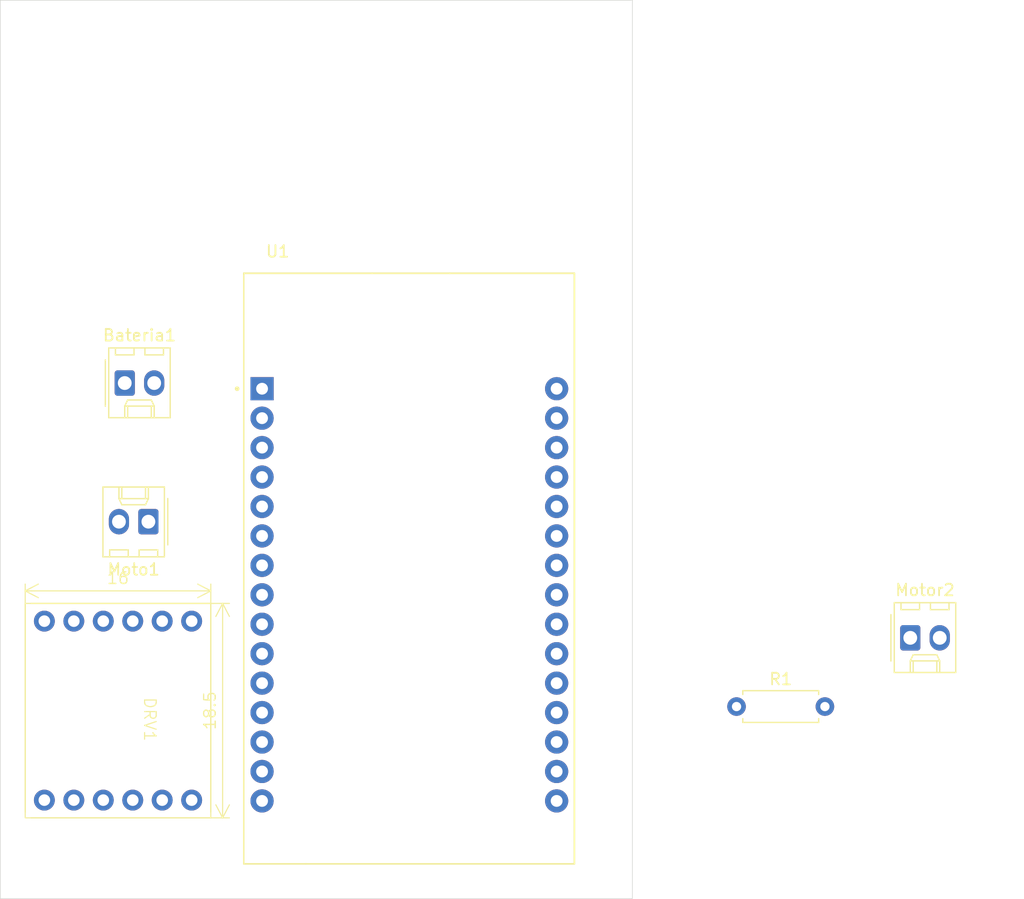
<source format=kicad_pcb>
(kicad_pcb (version 20241229) (generator "pcbnew") (generator_version "9.0")
  (layers (0 "F.Cu" signal) (2 "B.Cu" signal) (13 "F.Paste" user) (15 "B.Paste" user) (5 "F.SilkS" user "F.Silkscreen") (7 "B.SilkS" user "B.Silkscreen") (1 "F.Mask" user) (3 "B.Mask" user) (25 "Edge.Cuts" user))
  (net 0 "")
  (net 1 "/MIZQ1")
  (net 3 "/MIZQ2")
  (net 4 "/MDER2")
  (net 5 "/PWM_MDER1")
  (net 6 "Net-(Bateria1-Pin_1)")
  (net 7 "/PWM_MDER2")
  (net 8 "/MDER1")
  (net 9 "/PWM_MIZQ1")
  (net 10 "/PWM_MIZQ2")
  (net 12 "GND")
  (net 25 "/VDRV")
  (net 37 "Net-(D1-K)")
  (net 38 "/VIN")
  (footprint "DRV_8833:DRV_8833" (layer "F.Cu") (at 82.65 93.03 -90)
    (property "Reference" "DRV1" (at 10 -10.75 270) (layer "F.SilkS") (effects (font (thickness 0.1))))
    (property "Value" "~")
    (fp_rect (start 0 -16) (end 18.5 0) (stroke (width 0.1)) (fill no) (layer "F.SilkS"))
    (dimension (type orthogonal) (layer "F.SilkS") (pts (xy 82.65 111.53) (xy 82.65 93.03)) (height 17.02) (orientation 1) (format (prefix "") (suffix "") (units 3) (units_format 0) (precision 4) (suppress_zeroes yes)) (style (thickness 0.1) (arrow_length 1.27) (text_position_mode 0) (arrow_direction outward) (extension_height 0.58642) (extension_offset 0.5) (keep_text_aligned yes)) (gr_text "18,5" (at 98.57 102.28 90) (layer "F.SilkS") (effects (font (size 1 1) (thickness 0.1)))))
    (dimension (type orthogonal) (layer "F.SilkS") (pts (xy 98.65 111.53) (xy 82.65 111.53)) (height -19.58) (orientation 0) (format (prefix "") (suffix "") (units 3) (units_format 0) (precision 4) (suppress_zeroes yes)) (style (thickness 0.1) (arrow_length 1.27) (text_position_mode 0) (arrow_direction outward) (extension_height 0.58642) (extension_offset 0.5) (keep_text_aligned yes)) (gr_text "16" (at 90.65 90.85 0) (layer "F.SilkS") (effects (font (size 1 1) (thickness 0.1)))))
    (pad "1" thru_hole circle (at 1.53 -14.35 270) (size 1.8 1.8) (drill 1) (layers "*.Cu" "*.Mask"))
    (pad "2" thru_hole circle (at 1.53 -11.81 270) (size 1.8 1.8) (drill 1) (layers "*.Cu" "*.Mask") (net 1 "/MIZQ1"))
    (pad "3" thru_hole circle (at 1.53 -9.27 270) (size 1.8 1.8) (drill 1) (layers "*.Cu" "*.Mask") (net 3 "/MIZQ2"))
    (pad "4" thru_hole circle (at 1.53 -6.73 270) (size 1.8 1.8) (drill 1) (layers "*.Cu" "*.Mask") (net 8 "/MDER1"))
    (pad "5" thru_hole circle (at 1.53 -4.19 270) (size 1.8 1.8) (drill 1) (layers "*.Cu" "*.Mask") (net 4 "/MDER2"))
    (pad "6" thru_hole circle (at 1.53 -1.65 270) (size 1.8 1.8) (drill 1) (layers "*.Cu" "*.Mask"))
    (pad "7" thru_hole circle (at 16.97 -14.35 270) (size 1.8 1.8) (drill 1) (layers "*.Cu" "*.Mask") (net 7 "/PWM_MDER2"))
    (pad "8" thru_hole circle (at 16.97 -11.81 270) (size 1.8 1.8) (drill 1) (layers "*.Cu" "*.Mask") (net 5 "/PWM_MDER1"))
    (pad "9" thru_hole circle (at 16.97 -9.27 270) (size 1.8 1.8) (drill 1) (layers "*.Cu" "*.Mask") (net 12 "GND"))
    (pad "10" thru_hole circle (at 16.97 -6.73 270) (size 1.8 1.8) (drill 1) (layers "*.Cu" "*.Mask") (net 25 "/VDRV"))
    (pad "11" thru_hole circle (at 16.97 -4.19 270) (size 1.8 1.8) (drill 1) (layers "*.Cu" "*.Mask") (net 10 "/PWM_MIZQ2"))
    (pad "12" thru_hole circle (at 16.97 -1.65 270) (size 1.8 1.8) (drill 1) (layers "*.Cu" "*.Mask") (net 9 "/PWM_MIZQ1"))
  )
  (footprint "ESP32-DEVKIT-V1:MODULE_ESP32_DEVKIT_V1" (layer "F.Cu") (at 115.77 90.025)
    (property "Reference" "U1" (at -11.355 -27.36 0) (layer "F.SilkS"))
    (property "Value" "ESP32-DEVKIT-V1")
    (fp_line (start -14.28 -25.475) (end -3.211 -25.475) (stroke (width 0.127)) (layer "F.SilkS"))
    (fp_line (start -14.28 -25.475) (end 14.23 -25.475) (stroke (width 0.127)) (layer "F.SilkS"))
    (fp_line (start -14.28 25.475) (end -14.28 -25.475) (stroke (width 0.127)) (layer "F.SilkS"))
    (fp_line (start -14.28 25.475) (end -14.28 -25.475) (stroke (width 0.127)) (layer "F.SilkS"))
    (fp_line (start -14.28 25.475) (end -8.91 25.475) (stroke (width 0.127)) (layer "F.SilkS"))
    (fp_line (start -8.91 25.475) (end 8.78 25.475) (stroke (width 0.127)) (layer "F.SilkS"))
    (fp_line (start -3.211 -25.475) (end 3.5 -25.475) (stroke (width 0.127)) (layer "F.SilkS"))
    (fp_line (start 3.5 -25.475) (end 14.23 -25.475) (stroke (width 0.127)) (layer "F.SilkS"))
    (fp_line (start 8.78 25.475) (end 14.23 25.475) (stroke (width 0.127)) (layer "F.SilkS"))
    (fp_line (start 14.23 -25.475) (end 14.23 25.475) (stroke (width 0.127)) (layer "F.SilkS"))
    (fp_line (start 14.23 -25.475) (end 14.23 25.475) (stroke (width 0.127)) (layer "F.SilkS"))
    (fp_line (start 14.23 25.475) (end -14.28 25.475) (stroke (width 0.127)) (layer "F.SilkS"))
    (fp_circle (center -14.85 -15.515) (end -14.75 -15.515) (stroke (width 0.2)) (fill no) (layer "F.SilkS"))
    (pad "" np_thru_hole circle (at -12.28 -23.475) (size 3 3) (drill 3) (layers "*.Cu" "*.Mask"))
    (pad "" np_thru_hole circle (at -12.28 23.475) (size 3 3) (drill 3) (layers "*.Cu" "*.Mask"))
    (pad "" np_thru_hole circle (at 12.23 -23.475) (size 3 3) (drill 3) (layers "*.Cu" "*.Mask"))
    (pad "" np_thru_hole circle (at 12.23 23.475) (size 3 3) (drill 3) (layers "*.Cu" "*.Mask"))
    (pad "1" thru_hole rect (at -12.7 -15.515) (size 2 2) (drill 1.02) (layers "*.Cu" "*.Mask"))
    (pad "2" thru_hole circle (at -12.7 -12.975) (size 2 2) (drill 1.02) (layers "*.Cu" "*.Mask") (net 12 "GND"))
    (pad "3" thru_hole circle (at -12.7 -10.435) (size 2 2) (drill 1.02) (layers "*.Cu" "*.Mask"))
    (pad "4" thru_hole circle (at -12.7 -7.895) (size 2 2) (drill 1.02) (layers "*.Cu" "*.Mask"))
    (pad "5" thru_hole circle (at -12.7 -5.355) (size 2 2) (drill 1.02) (layers "*.Cu" "*.Mask"))
    (pad "6" thru_hole circle (at -12.7 -2.815) (size 2 2) (drill 1.02) (layers "*.Cu" "*.Mask"))
    (pad "7" thru_hole circle (at -12.7 -0.275) (size 2 2) (drill 1.02) (layers "*.Cu" "*.Mask"))
    (pad "8" thru_hole circle (at -12.7 2.265) (size 2 2) (drill 1.02) (layers "*.Cu" "*.Mask") (net 9 "/PWM_MIZQ1"))
    (pad "9" thru_hole circle (at -12.7 4.805) (size 2 2) (drill 1.02) (layers "*.Cu" "*.Mask") (net 10 "/PWM_MIZQ2"))
    (pad "10" thru_hole circle (at -12.7 7.345) (size 2 2) (drill 1.02) (layers "*.Cu" "*.Mask") (net 5 "/PWM_MDER1"))
    (pad "11" thru_hole circle (at -12.7 9.885) (size 2 2) (drill 1.02) (layers "*.Cu" "*.Mask") (net 7 "/PWM_MDER2"))
    (pad "12" thru_hole circle (at -12.7 12.425) (size 2 2) (drill 1.02) (layers "*.Cu" "*.Mask"))
    (pad "13" thru_hole circle (at -12.7 14.965) (size 2 2) (drill 1.02) (layers "*.Cu" "*.Mask"))
    (pad "14" thru_hole circle (at -12.7 17.505) (size 2 2) (drill 1.02) (layers "*.Cu" "*.Mask"))
    (pad "15" thru_hole circle (at -12.7 20.045) (size 2 2) (drill 1.02) (layers "*.Cu" "*.Mask"))
    (pad "16" thru_hole circle (at 12.7 20.045) (size 2 2) (drill 1.02) (layers "*.Cu" "*.Mask"))
    (pad "17" thru_hole circle (at 12.7 17.505) (size 2 2) (drill 1.02) (layers "*.Cu" "*.Mask"))
    (pad "18" thru_hole circle (at 12.7 14.965) (size 2 2) (drill 1.02) (layers "*.Cu" "*.Mask"))
    (pad "19" thru_hole circle (at 12.7 12.425) (size 2 2) (drill 1.02) (layers "*.Cu" "*.Mask"))
    (pad "20" thru_hole circle (at 12.7 9.885) (size 2 2) (drill 1.02) (layers "*.Cu" "*.Mask"))
    (pad "21" thru_hole circle (at 12.7 7.345) (size 2 2) (drill 1.02) (layers "*.Cu" "*.Mask"))
    (pad "22" thru_hole circle (at 12.7 4.805) (size 2 2) (drill 1.02) (layers "*.Cu" "*.Mask"))
    (pad "23" thru_hole circle (at 12.7 2.265) (size 2 2) (drill 1.02) (layers "*.Cu" "*.Mask"))
    (pad "24" thru_hole circle (at 12.7 -0.275) (size 2 2) (drill 1.02) (layers "*.Cu" "*.Mask"))
    (pad "25" thru_hole circle (at 12.7 -2.815) (size 2 2) (drill 1.02) (layers "*.Cu" "*.Mask"))
    (pad "26" thru_hole circle (at 12.7 -5.355) (size 2 2) (drill 1.02) (layers "*.Cu" "*.Mask"))
    (pad "27" thru_hole circle (at 12.7 -7.895) (size 2 2) (drill 1.02) (layers "*.Cu" "*.Mask"))
    (pad "28" thru_hole circle (at 12.7 -10.435) (size 2 2) (drill 1.02) (layers "*.Cu" "*.Mask"))
    (pad "29" thru_hole circle (at 12.7 -12.975) (size 2 2) (drill 1.02) (layers "*.Cu" "*.Mask") (net 12 "GND"))
    (pad "30" thru_hole circle (at 12.7 -15.515) (size 2 2) (drill 1.02) (layers "*.Cu" "*.Mask") (net 38 "/VIN"))
  )
  (footprint "Resistor_THT:R_Axial_DIN0207_L6.3mm_D2.5mm_P7.62mm_Horizontal" (layer "F.Cu") (at 143.98 101.93)
    (property "Reference" "R1" (at 3.81 -2.37 0) (layer "F.SilkS"))
    (property "Value" "R")
    (fp_line (start 0.54 -1.37) (end 7.08 -1.37) (stroke (width 0.12)) (layer "F.SilkS"))
    (fp_line (start 0.54 -1.04) (end 0.54 -1.37) (stroke (width 0.12)) (layer "F.SilkS"))
    (fp_line (start 0.54 1.04) (end 0.54 1.37) (stroke (width 0.12)) (layer "F.SilkS"))
    (fp_line (start 0.54 1.37) (end 7.08 1.37) (stroke (width 0.12)) (layer "F.SilkS"))
    (fp_line (start 7.08 -1.37) (end 7.08 -1.04) (stroke (width 0.12)) (layer "F.SilkS"))
    (fp_line (start 7.08 1.37) (end 7.08 1.04) (stroke (width 0.12)) (layer "F.SilkS"))
    (pad "1" thru_hole circle (at 0 0) (size 1.6 1.6) (drill 0.8) (layers "*.Cu" "*.Mask") (net 37 "Net-(D1-K)"))
    (pad "2" thru_hole oval (at 7.62 0) (size 1.6 1.6) (drill 0.8) (layers "*.Cu" "*.Mask") (net 12 "GND"))
  )
  (footprint "Connector_Molex:Molex_KK-254_AE-6410-02A_1x02_P2.54mm_Vertical" (layer "F.Cu") (at 158.96 96)
    (property "Reference" "Motor2" (at 1.27 -4.12 0) (layer "F.SilkS"))
    (property "Value" "Screw_Terminal_01x02")
    (fp_line (start -1.67 -2) (end -1.67 2) (stroke (width 0.12)) (layer "F.SilkS"))
    (fp_line (start -1.38 -3.03) (end -1.38 2.99) (stroke (width 0.12)) (layer "F.SilkS"))
    (fp_line (start -1.38 2.99) (end 3.92 2.99) (stroke (width 0.12)) (layer "F.SilkS"))
    (fp_line (start -0.8 -3.03) (end -0.8 -2.43) (stroke (width 0.12)) (layer "F.SilkS"))
    (fp_line (start -0.8 -2.43) (end 0.8 -2.43) (stroke (width 0.12)) (layer "F.SilkS"))
    (fp_line (start 0 1.99) (end 0.25 1.46) (stroke (width 0.12)) (layer "F.SilkS"))
    (fp_line (start 0 1.99) (end 2.54 1.99) (stroke (width 0.12)) (layer "F.SilkS"))
    (fp_line (start 0 2.99) (end 0 1.99) (stroke (width 0.12)) (layer "F.SilkS"))
    (fp_line (start 0.25 1.46) (end 2.29 1.46) (stroke (width 0.12)) (layer "F.SilkS"))
    (fp_line (start 0.25 2.99) (end 0.25 1.99) (stroke (width 0.12)) (layer "F.SilkS"))
    (fp_line (start 0.8 -2.43) (end 0.8 -3.03) (stroke (width 0.12)) (layer "F.SilkS"))
    (fp_line (start 1.74 -3.03) (end 1.74 -2.43) (stroke (width 0.12)) (layer "F.SilkS"))
    (fp_line (start 1.74 -2.43) (end 3.34 -2.43) (stroke (width 0.12)) (layer "F.SilkS"))
    (fp_line (start 2.29 1.46) (end 2.54 1.99) (stroke (width 0.12)) (layer "F.SilkS"))
    (fp_line (start 2.29 2.99) (end 2.29 1.99) (stroke (width 0.12)) (layer "F.SilkS"))
    (fp_line (start 2.54 1.99) (end 2.54 2.99) (stroke (width 0.12)) (layer "F.SilkS"))
    (fp_line (start 3.34 -2.43) (end 3.34 -3.03) (stroke (width 0.12)) (layer "F.SilkS"))
    (fp_line (start 3.92 -3.03) (end -1.38 -3.03) (stroke (width 0.12)) (layer "F.SilkS"))
    (fp_line (start 3.92 2.99) (end 3.92 -3.03) (stroke (width 0.12)) (layer "F.SilkS"))
    (pad "1" thru_hole roundrect (at 0 0) (size 1.74 2.19) (drill 1.19) (layers "*.Cu" "*.Mask") (roundrect_rratio 0.143678) (net 8 "/MDER1"))
    (pad "2" thru_hole oval (at 2.54 0) (size 1.74 2.19) (drill 1.19) (layers "*.Cu" "*.Mask") (net 4 "/MDER2"))
  )
  (footprint "Connector_Molex:Molex_KK-254_AE-6410-02A_1x02_P2.54mm_Vertical" (layer "F.Cu") (at 91.23 74.02)
    (property "Reference" "Bateria1" (at 1.27 -4.12 0) (layer "F.SilkS"))
    (property "Value" "Screw_Terminal_01x02")
    (fp_line (start -1.67 -2) (end -1.67 2) (stroke (width 0.12)) (layer "F.SilkS"))
    (fp_line (start -1.38 -3.03) (end -1.38 2.99) (stroke (width 0.12)) (layer "F.SilkS"))
    (fp_line (start -1.38 2.99) (end 3.92 2.99) (stroke (width 0.12)) (layer "F.SilkS"))
    (fp_line (start -0.8 -3.03) (end -0.8 -2.43) (stroke (width 0.12)) (layer "F.SilkS"))
    (fp_line (start -0.8 -2.43) (end 0.8 -2.43) (stroke (width 0.12)) (layer "F.SilkS"))
    (fp_line (start 0 1.99) (end 0.25 1.46) (stroke (width 0.12)) (layer "F.SilkS"))
    (fp_line (start 0 1.99) (end 2.54 1.99) (stroke (width 0.12)) (layer "F.SilkS"))
    (fp_line (start 0 2.99) (end 0 1.99) (stroke (width 0.12)) (layer "F.SilkS"))
    (fp_line (start 0.25 1.46) (end 2.29 1.46) (stroke (width 0.12)) (layer "F.SilkS"))
    (fp_line (start 0.25 2.99) (end 0.25 1.99) (stroke (width 0.12)) (layer "F.SilkS"))
    (fp_line (start 0.8 -2.43) (end 0.8 -3.03) (stroke (width 0.12)) (layer "F.SilkS"))
    (fp_line (start 1.74 -3.03) (end 1.74 -2.43) (stroke (width 0.12)) (layer "F.SilkS"))
    (fp_line (start 1.74 -2.43) (end 3.34 -2.43) (stroke (width 0.12)) (layer "F.SilkS"))
    (fp_line (start 2.29 1.46) (end 2.54 1.99) (stroke (width 0.12)) (layer "F.SilkS"))
    (fp_line (start 2.29 2.99) (end 2.29 1.99) (stroke (width 0.12)) (layer "F.SilkS"))
    (fp_line (start 2.54 1.99) (end 2.54 2.99) (stroke (width 0.12)) (layer "F.SilkS"))
    (fp_line (start 3.34 -2.43) (end 3.34 -3.03) (stroke (width 0.12)) (layer "F.SilkS"))
    (fp_line (start 3.92 -3.03) (end -1.38 -3.03) (stroke (width 0.12)) (layer "F.SilkS"))
    (fp_line (start 3.92 2.99) (end 3.92 -3.03) (stroke (width 0.12)) (layer "F.SilkS"))
    (pad "1" thru_hole roundrect (at 0 0) (size 1.74 2.19) (drill 1.19) (layers "*.Cu" "*.Mask") (roundrect_rratio 0.143678) (net 6 "Net-(Bateria1-Pin_1)"))
    (pad "2" thru_hole oval (at 2.54 0) (size 1.74 2.19) (drill 1.19) (layers "*.Cu" "*.Mask") (net 12 "GND"))
  )
  (footprint "Connector_Molex:Molex_KK-254_AE-6410-02A_1x02_P2.54mm_Vertical" (layer "F.Cu") (at 93.27 85.98 180)
    (property "Reference" "Moto1" (at 1.27 -4.12 0) (layer "F.SilkS"))
    (property "Value" "Screw_Terminal_01x02")
    (fp_line (start 3.92 2.99) (end 3.92 -3.03) (stroke (width 0.12)) (layer "F.SilkS"))
    (fp_line (start 3.92 -3.03) (end -1.38 -3.03) (stroke (width 0.12)) (layer "F.SilkS"))
    (fp_line (start 3.34 -2.43) (end 3.34 -3.03) (stroke (width 0.12)) (layer "F.SilkS"))
    (fp_line (start 2.54 1.99) (end 2.54 2.99) (stroke (width 0.12)) (layer "F.SilkS"))
    (fp_line (start 2.29 2.99) (end 2.29 1.99) (stroke (width 0.12)) (layer "F.SilkS"))
    (fp_line (start 2.29 1.46) (end 2.54 1.99) (stroke (width 0.12)) (layer "F.SilkS"))
    (fp_line (start 1.74 -2.43) (end 3.34 -2.43) (stroke (width 0.12)) (layer "F.SilkS"))
    (fp_line (start 1.74 -3.03) (end 1.74 -2.43) (stroke (width 0.12)) (layer "F.SilkS"))
    (fp_line (start 0.8 -2.43) (end 0.8 -3.03) (stroke (width 0.12)) (layer "F.SilkS"))
    (fp_line (start 0.25 2.99) (end 0.25 1.99) (stroke (width 0.12)) (layer "F.SilkS"))
    (fp_line (start 0.25 1.46) (end 2.29 1.46) (stroke (width 0.12)) (layer "F.SilkS"))
    (fp_line (start 0 2.99) (end 0 1.99) (stroke (width 0.12)) (layer "F.SilkS"))
    (fp_line (start 0 1.99) (end 2.54 1.99) (stroke (width 0.12)) (layer "F.SilkS"))
    (fp_line (start 0 1.99) (end 0.25 1.46) (stroke (width 0.12)) (layer "F.SilkS"))
    (fp_line (start -0.8 -2.43) (end 0.8 -2.43) (stroke (width 0.12)) (layer "F.SilkS"))
    (fp_line (start -0.8 -3.03) (end -0.8 -2.43) (stroke (width 0.12)) (layer "F.SilkS"))
    (fp_line (start -1.38 2.99) (end 3.92 2.99) (stroke (width 0.12)) (layer "F.SilkS"))
    (fp_line (start -1.38 -3.03) (end -1.38 2.99) (stroke (width 0.12)) (layer "F.SilkS"))
    (fp_line (start -1.67 -2) (end -1.67 2) (stroke (width 0.12)) (layer "F.SilkS"))
    (pad "1" thru_hole roundrect (at 0 0 180) (size 1.74 2.19) (drill 1.19) (layers "*.Cu" "*.Mask") (roundrect_rratio 0.143678) (net 1 "/MIZQ1"))
    (pad "2" thru_hole oval (at 2.54 0 180) (size 1.74 2.19) (drill 1.19) (layers "*.Cu" "*.Mask") (net 3 "/MIZQ2"))
  )
  (gr_rect (start 80.5 41) (end 135 118.5) (stroke (width 0.05)) (fill no) (layer "Edge.Cuts"))
)
</source>
